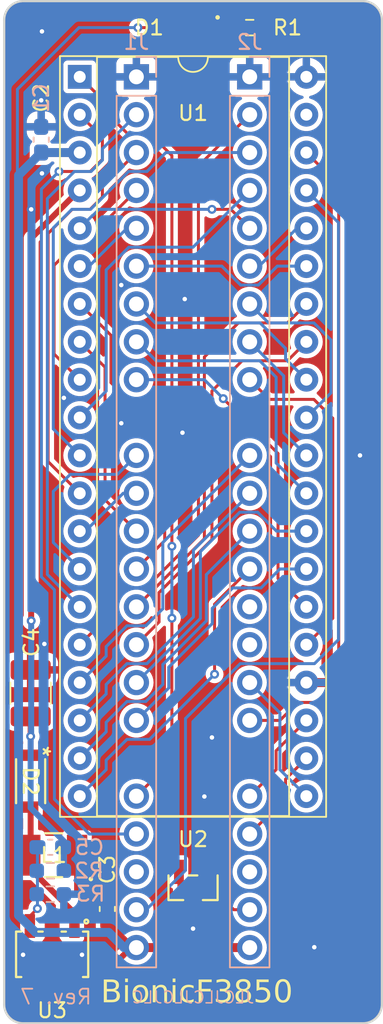
<source format=kicad_pcb>
(kicad_pcb (version 20240108) (generator "pcbnew") (generator_version "8.0")
  (title_block (title "BionicF3850 DC/DC") (date "2025-02-28") (rev "7") (company "Tadashi G. Takaoka"))
  (layers (0 "F.Cu" signal) (31 "B.Cu" signal) (34 "B.Paste" user) (35 "F.Paste" user) (36 "B.SilkS" user "B.Silkscreen") (37 "F.SilkS" user "F.Silkscreen") (38 "B.Mask" user) (39 "F.Mask" user) (44 "Edge.Cuts" user))
  (net 0 "")
  (net 1 "VCC")
  (net 2 "GND")
  (net 3 "/P53")
  (net 4 "/P26")
  (net 5 "/dcdc+12v/+12V")
  (net 6 "/P27")
  (net 7 "/P46")
  (net 8 "Net-(U3-IN-)")
  (net 9 "/P24")
  (net 10 "/P23")
  (net 11 "/P22")
  (net 12 "/P21")
  (net 13 "/P20")
  (net 14 "/P34")
  (net 16 "/P35")
  (net 17 "/P17")
  (net 18 "/P36")
  (net 19 "/P16")
  (net 20 "/P47")
  (net 21 "/P15")
  (net 22 "/P40")
  (net 23 "/P14")
  (net 24 "/P41")
  (net 25 "/P13")
  (net 26 "/P42")
  (net 27 "/P12")
  (net 28 "/P11")
  (net 29 "/P10")
  (net 30 "/P33")
  (net 31 "/P32")
  (net 32 "/P31")
  (net 33 "/P30")
  (net 34 "/P55")
  (net 35 "/P37")
  (net 36 "/P25")
  (net 37 "/P54")
  (net 38 "/P50")
  (net 39 "/P43")
  (net 41 "/P51")
  (net 42 "Net-(J2-P57)")
  (net 46 "Net-(D1-K)")
  (net 47 "Net-(D2-A)")
  (footprint "murata:CR_60M-60_ROM-M" (layer "F.Cu") (at 102.778 122.3367 -90)
    (property "Reference" "D2" (at 0 0 -90) (layer "F.SilkS"))
    (property "Value" "30V/1A")
    (fp_line (start -1.4732 0.9779) (end 1.4732 0.9779) (stroke (width 0.1524)) (layer "F.SilkS"))
    (fp_line (start 1.4732 -0.9779) (end -1.4732 -0.9779) (stroke (width 0.1524)) (layer "F.SilkS"))
    (fp_text user "*" (at -2 -0.762 -90) (layer "F.SilkS"))
    (pad "1" smd rect (at -1.7399 0 270) (size 0.762 1.0414) (layers "F.Cu" "F.Paste" "F.Mask") (net 5 "/dcdc+12v/+12V"))
    (pad "2" smd rect (at 1.7399 0 270) (size 0.762 1.0414) (layers "F.Cu" "F.Paste" "F.Mask") (net 47 "Net-(D2-A)"))
    (zone (net 0) (net_name "") (layer "F.Cu") (connect_pads (clearance 0)) (min_thickness 0.254)
      (keepout (tracks not_allowed) (vias not_allowed) (pads allowed) (copperpour not_allowed) (footprints allowed))
      (fill (thermal_gap 0.508) (thermal_bridge_width 0.508))
      (polygon (pts (xy 103.5781 121.0286) (xy 103.5781 123.6448) (xy 101.9779 123.6448) (xy 101.9779 121.0286)))
    )
  )
  (footprint "Capacitor_SMD:C_1210_3225Metric_Pad1.33x2.70mm_HandSolder" (layer "F.Cu") (at 102.778 116.4312 90)
    (property "Reference" "C4" (at 3.4036 0.0508 90) (layer "F.SilkS"))
    (property "Value" "22uF/16V")
    (fp_line (start -0.711252 -1.36) (end 0.711252 -1.36) (stroke (width 0.12)) (layer "F.SilkS"))
    (fp_line (start -0.711252 1.36) (end 0.711252 1.36) (stroke (width 0.12)) (layer "F.SilkS"))
    (pad "1" smd roundrect (at -1.5625 0 90) (size 1.325 2.7) (layers "F.Cu" "F.Paste" "F.Mask") (roundrect_rratio 0.188679) (net 5 "/dcdc+12v/+12V"))
    (pad "2" smd roundrect (at 1.5625 0 90) (size 1.325 2.7) (layers "F.Cu" "F.Paste" "F.Mask") (roundrect_rratio 0.188679) (net 2 "GND"))
  )
  (footprint "Capacitor_SMD:C_0603_1608Metric_Pad1.08x0.95mm_HandSolder" (layer "F.Cu") (at 103.4892 79.2964 90)
    (property "Reference" "C2" (at 2.794 0 90) (layer "F.SilkS"))
    (property "Value" "0.1u")
    (fp_line (start -0.146267 -0.51) (end 0.146267 -0.51) (stroke (width 0.12)) (layer "F.SilkS"))
    (fp_line (start -0.146267 0.51) (end 0.146267 0.51) (stroke (width 0.12)) (layer "F.SilkS"))
    (pad "1" smd roundrect (at -0.8625 0 90) (size 1.075 0.95) (layers "F.Cu" "F.Paste" "F.Mask") (net 1 "VCC"))
    (pad "2" smd roundrect (at 0.8625 0 90) (size 1.075 0.95) (layers "F.Cu" "F.Paste" "F.Mask") (net 2 "GND"))
  )
  (footprint "rhom:LED_CSL1901UW1_ROM-M" (layer "F.Cu") (at 113.7 71.778 180)
    (property "Reference" "D1" (at 2.9464 0 0) (layer "F.SilkS"))
    (property "Value" "CSL1901UW1")
    (fp_circle (center -1.651 0.6858) (end -1.5748 0.6858) (stroke (width 0.1524)) (fill none) (layer "F.SilkS"))
    (pad "1" smd rect (at -0.8763 0 180) (size 0.9652 0.762) (layers "F.Cu" "F.Paste" "F.Mask") (net 46 "Net-(D1-K)"))
    (pad "2" smd rect (at 0.8763 0 180) (size 0.9652 0.762) (layers "F.Cu" "F.Paste" "F.Mask") (net 1 "VCC"))
    (zone (net 0) (net_name "") (layer "F.Cu") (connect_pads (clearance 0)) (min_thickness 0.254)
      (keepout (tracks not_allowed) (vias not_allowed) (pads allowed) (copperpour not_allowed) (footprints allowed))
      (fill (thermal_gap 0.508) (thermal_bridge_width 0.508))
      (polygon (pts (xy 114.0429 72.1336) (xy 113.3571 72.1336) (xy 113.3571 71.4224) (xy 114.0429 71.4224)))
    )
  )
  (footprint "Resistor_SMD:R_0603_1608Metric_Pad0.98x0.95mm_HandSolder" (layer "F.Cu") (at 117.51 71.778)
    (property "Reference" "R1" (at 2.54 0 0) (layer "F.SilkS"))
    (property "Value" "1.6k")
    (fp_line (start -0.254724 -0.5225) (end 0.254724 -0.5225) (stroke (width 0.12)) (layer "F.SilkS"))
    (fp_line (start -0.254724 0.5225) (end 0.254724 0.5225) (stroke (width 0.12)) (layer "F.SilkS"))
    (pad "1" smd roundrect (at -0.9125 0) (size 0.975 0.95) (layers "F.Cu" "F.Paste" "F.Mask") (net 46 "Net-(D1-K)"))
    (pad "2" smd roundrect (at 0.9125 0) (size 0.975 0.95) (layers "F.Cu" "F.Paste" "F.Mask") (net 2 "GND"))
  )
  (footprint "Capacitor_SMD:C_0603_1608Metric_Pad1.08x0.95mm_HandSolder" (layer "F.Cu") (at 107.9342 130.9092 90)
    (property "Reference" "C3" (at 2.6416 0 -90) (layer "F.SilkS"))
    (property "Value" "10uF/50V")
    (fp_line (start -0.146267 -0.51) (end 0.146267 -0.51) (stroke (width 0.12)) (layer "F.SilkS"))
    (fp_line (start -0.146267 0.51) (end 0.146267 0.51) (stroke (width 0.12)) (layer "F.SilkS"))
    (pad "1" smd roundrect (at -0.8625 0 90) (size 1.075 0.95) (layers "F.Cu" "F.Paste" "F.Mask") (net 1 "VCC"))
    (pad "2" smd roundrect (at 0.8625 0 90) (size 1.075 0.95) (layers "F.Cu" "F.Paste" "F.Mask") (net 2 "GND"))
  )
  (footprint "murata:IND_DFE322512F_MUR-M" (layer "F.Cu") (at 104.3274 127.3024 180)
    (property "Reference" "L1" (at 0 0 0) (layer "F.SilkS"))
    (property "Value" "10uH/3A")
    (fp_line (start 0.572151 -1.4732) (end -0.572151 -1.4732) (stroke (width 0.1524)) (layer "F.SilkS"))
    (fp_line (start -0.572151 1.4732) (end 0.572151 1.4732) (stroke (width 0.1524)) (layer "F.SilkS"))
    (fp_circle (center -2.5 -1.6) (end -2.4238 -1.6) (stroke (width 0.1524)) (fill none) (layer "F.SilkS"))
    (pad "1" smd rect (at -1.5748 0 180) (size 1.3716 2.7432) (layers "F.Cu" "F.Paste" "F.Mask") (net 1 "VCC"))
    (pad "2" smd rect (at 1.5748 0 180) (size 1.3716 2.7432) (layers "F.Cu" "F.Paste" "F.Mask") (net 47 "Net-(D2-A)"))
    (zone (net 0) (net_name "") (layer "F.Cu") (connect_pads (clearance 0)) (min_thickness 0.254)
      (keepout (tracks not_allowed) (vias not_allowed) (pads allowed) (copperpour not_allowed) (footprints allowed))
      (fill (thermal_gap 0.508) (thermal_bridge_width 0.508))
      (polygon (pts (xy 105.1656 128.5978) (xy 103.4892 128.5978) (xy 103.4892 126.007) (xy 105.1656 126.007)))
    )
  )
  (footprint "nisshinbo:SOT-89-5_NMD-M" (layer "F.Cu") (at 104.2244 133.9522 180)
    (property "Reference" "U3" (at -0.0014 -3.7642 0) (layer "F.SilkS"))
    (property "Value" "NJW4132")
    (fp_line (start 2.4257 1.524) (end 2.4257 -1.524) (stroke (width 0.1524)) (layer "F.SilkS"))
    (fp_line (start 2.4257 -1.524) (end 2.07404 -1.524) (stroke (width 0.1524)) (layer "F.SilkS"))
    (fp_line (start 2.07404 1.524) (end 2.4257 1.524) (stroke (width 0.1524)) (layer "F.SilkS"))
    (fp_line (start 0.635665 1.524) (end 0.92596 1.524) (stroke (width 0.1524)) (layer "F.SilkS"))
    (fp_line (start -0.92596 1.524) (end -0.635665 1.524) (stroke (width 0.1524)) (layer "F.SilkS"))
    (fp_line (start -2.07404 -1.524) (end -2.4257 -1.524) (stroke (width 0.1524)) (layer "F.SilkS"))
    (fp_line (start -2.4257 1.524) (end -2.07404 1.524) (stroke (width 0.1524)) (layer "F.SilkS"))
    (fp_line (start -2.4257 -1.524) (end -2.4257 1.524) (stroke (width 0.1524)) (layer "F.SilkS"))
    (fp_circle (center -2.3 2.2) (end -2.173 2.2) (stroke (width 0.1524)) (fill none) (layer "F.SilkS"))
    (pad "1" smd rect (at -1.5 1.9 180) (size 0.7 1.6) (layers "F.Cu" "F.Paste" "F.Mask") (net 47 "Net-(D2-A)"))
    (pad "2" smd custom (at 0 -0.05 180) (size 1 5.5) (layers "F.Cu" "F.Paste" "F.Mask") (net 2 "GND") (options (clearance outline) (anchor rect)) (primitives (gr_poly (pts (xy -0.5 -1.05) (xy 0.5 -1.05) (xy 1 -0.35) (xy 1 0.45) (xy 0.5 1.15) (xy -0.5 1.15) (xy -1 0.45) (xy -1 -0.35)) (width 0) (fill yes))))
    (pad "3" smd rect (at 1.5 1.9 180) (size 0.7 1.6) (layers "F.Cu" "F.Paste" "F.Mask") (net 8 "Net-(U3-IN-)"))
    (pad "4" smd rect (at 1.5 -1.95 180) (size 0.7 1.7) (layers "F.Cu" "F.Paste" "F.Mask") (net 1 "VCC"))
    (pad "5" smd rect (at -1.5 -1.95 180) (size 0.7 1.7) (layers "F.Cu" "F.Paste" "F.Mask") (net 1 "VCC"))
  )
  (footprint "bionic:DIP-40_W15.24mm_Socket" (layer "F.Cu") (at 106.08 75.08)
    (property "Reference" "U1" (at 7.62 2.4384 0) (layer "F.SilkS"))
    (property "Value" "F3850")
    (fp_line (start -1.33 -1.39) (end -1.33 49.65) (stroke (width 0.12)) (layer "F.SilkS"))
    (fp_line (start -1.33 49.65) (end 16.57 49.65) (stroke (width 0.12)) (layer "F.SilkS"))
    (fp_line (start 1.16 -1.33) (end 1.16 49.59) (stroke (width 0.12)) (layer "F.SilkS"))
    (fp_line (start 1.16 49.59) (end 14.08 49.59) (stroke (width 0.12)) (layer "F.SilkS"))
    (fp_line (start 6.62 -1.33) (end 1.16 -1.33) (stroke (width 0.12)) (layer "F.SilkS"))
    (fp_line (start 14.08 -1.33) (end 8.62 -1.33) (stroke (width 0.12)) (layer "F.SilkS"))
    (fp_line (start 14.08 49.59) (end 14.08 -1.33) (stroke (width 0.12)) (layer "F.SilkS"))
    (fp_line (start 16.57 -1.39) (end -1.33 -1.39) (stroke (width 0.12)) (layer "F.SilkS"))
    (fp_line (start 16.57 49.65) (end 16.57 -1.39) (stroke (width 0.12)) (layer "F.SilkS"))
    (fp_arc (start 8.62 -1.33) (mid 7.62 -0.33) (end 6.62 -1.33) (stroke (width 0.12)) (layer "F.SilkS"))
    (pad "1" thru_hole rect (at 0 0) (size 1.6 1.6) (drill 0.8) (layers "*.Cu" "*.Mask") (net 38 "/P50"))
    (pad "2" thru_hole oval (at 0 2.54) (size 1.6 1.6) (drill 0.8) (layers "*.Cu" "*.Mask") (net 41 "/P51"))
    (pad "3" thru_hole oval (at 0 5.08) (size 1.6 1.6) (drill 0.8) (layers "*.Cu" "*.Mask") (net 1 "VCC"))
    (pad "4" thru_hole oval (at 0 7.62) (size 1.6 1.6) (drill 0.8) (layers "*.Cu" "*.Mask") (net 5 "/dcdc+12v/+12V"))
    (pad "5" thru_hole oval (at 0 10.16) (size 1.6 1.6) (drill 0.8) (layers "*.Cu" "*.Mask") (net 10 "/P23"))
    (pad "6" thru_hole oval (at 0 12.7) (size 1.6 1.6) (drill 0.8) (layers "*.Cu" "*.Mask") (net 25 "/P13"))
    (pad "7" thru_hole oval (at 0 15.24) (size 1.6 1.6) (drill 0.8) (layers "*.Cu" "*.Mask") (net 30 "/P33"))
    (pad "8" thru_hole oval (at 0 17.78) (size 1.6 1.6) (drill 0.8) (layers "*.Cu" "*.Mask") (net 31 "/P32"))
    (pad "9" thru_hole oval (at 0 20.32) (size 1.6 1.6) (drill 0.8) (layers "*.Cu" "*.Mask") (net 27 "/P12"))
    (pad "10" thru_hole oval (at 0 22.86) (size 1.6 1.6) (drill 0.8) (layers "*.Cu" "*.Mask") (net 11 "/P22"))
    (pad "11" thru_hole oval (at 0 25.4) (size 1.6 1.6) (drill 0.8) (layers "*.Cu" "*.Mask") (net 12 "/P21"))
    (pad "12" thru_hole oval (at 0 27.94) (size 1.6 1.6) (drill 0.8) (layers "*.Cu" "*.Mask") (net 28 "/P11"))
    (pad "13" thru_hole oval (at 0 30.48) (size 1.6 1.6) (drill 0.8) (layers "*.Cu" "*.Mask") (net 32 "/P31"))
    (pad "14" thru_hole oval (at 0 33.02) (size 1.6 1.6) (drill 0.8) (layers "*.Cu" "*.Mask") (net 33 "/P30"))
    (pad "15" thru_hole oval (at 0 35.56) (size 1.6 1.6) (drill 0.8) (layers "*.Cu" "*.Mask") (net 29 "/P10"))
    (pad "16" thru_hole oval (at 0 38.1) (size 1.6 1.6) (drill 0.8) (layers "*.Cu" "*.Mask") (net 13 "/P20"))
    (pad "17" thru_hole oval (at 0 40.64) (size 1.6 1.6) (drill 0.8) (layers "*.Cu" "*.Mask") (net 22 "/P40"))
    (pad "18" thru_hole oval (at 0 43.18) (size 1.6 1.6) (drill 0.8) (layers "*.Cu" "*.Mask") (net 24 "/P41"))
    (pad "19" thru_hole oval (at 0 45.72) (size 1.6 1.6) (drill 0.8) (layers "*.Cu" "*.Mask") (net 26 "/P42"))
    (pad "20" thru_hole oval (at 0 48.26) (size 1.6 1.6) (drill 0.8) (layers "*.Cu" "*.Mask") (net 39 "/P43"))
    (pad "21" thru_hole oval (at 15.24 48.26) (size 1.6 1.6) (drill 0.8) (layers "*.Cu" "*.Mask") (net 7 "/P46"))
    (pad "22" thru_hole oval (at 15.24 45.72) (size 1.6 1.6) (drill 0.8) (layers "*.Cu" "*.Mask") (net 34 "/P55"))
    (pad "23" thru_hole oval (at 15.24 43.18) (size 1.6 1.6) (drill 0.8) (layers "*.Cu" "*.Mask") (net 37 "/P54"))
    (pad "24" thru_hole oval (at 15.24 40.64) (size 1.6 1.6) (drill 0.8) (layers "*.Cu" "*.Mask") (net 2 "GND"))
    (pad "25" thru_hole oval (at 15.24 38.1) (size 1.6 1.6) (drill 0.8) (layers "*.Cu" "*.Mask") (net 6 "/P27"))
    (pad "26" thru_hole oval (at 15.24 35.56) (size 1.6 1.6) (drill 0.8) (layers "*.Cu" "*.Mask") (net 17 "/P17"))
    (pad "27" thru_hole oval (at 15.24 33.02) (size 1.6 1.6) (drill 0.8) (layers "*.Cu" "*.Mask") (net 35 "/P37"))
    (pad "28" thru_hole oval (at 15.24 30.48) (size 1.6 1.6) (drill 0.8) (layers "*.Cu" "*.Mask") (net 18 "/P36"))
    (pad "29" thru_hole oval (at 15.24 27.94) (size 1.6 1.6) (drill 0.8) (layers "*.Cu" "*.Mask") (net 19 "/P16"))
    (pad "30" thru_hole oval (at 15.24 25.4) (size 1.6 1.6) (drill 0.8) (layers "*.Cu" "*.Mask") (net 4 "/P26"))
    (pad "31" thru_hole oval (at 15.24 22.86) (size 1.6 1.6) (drill 0.8) (layers "*.Cu" "*.Mask") (net 36 "/P25"))
    (pad "32" thru_hole oval (at 15.24 20.32) (size 1.6 1.6) (drill 0.8) (layers "*.Cu" "*.Mask") (net 21 "/P15"))
    (pad "33" thru_hole oval (at 15.24 17.78) (size 1.6 1.6) (drill 0.8) (layers "*.Cu" "*.Mask") (net 16 "/P35"))
    (pad "34" thru_hole oval (at 15.24 15.24) (size 1.6 1.6) (drill 0.8) (layers "*.Cu" "*.Mask") (net 14 "/P34"))
    (pad "35" thru_hole oval (at 15.24 12.7) (size 1.6 1.6) (drill 0.8) (layers "*.Cu" "*.Mask") (net 23 "/P14"))
    (pad "36" thru_hole oval (at 15.24 10.16) (size 1.6 1.6) (drill 0.8) (layers "*.Cu" "*.Mask") (net 9 "/P24"))
    (pad "37" thru_hole oval (at 15.24 7.62) (size 1.6 1.6) (drill 0.8) (layers "*.Cu" "*.Mask") (net 3 "/P53"))
    (pad "38" thru_hole oval (at 15.24 5.08) (size 1.6 1.6) (drill 0.8) (layers "*.Cu" "*.Mask") (net 20 "/P47"))
    (pad "39" thru_hole oval (at 15.24 2.54) (size 1.6 1.6) (drill 0.8) (layers "*.Cu" "*.Mask"))
    (pad "40" thru_hole oval (at 15.24 0) (size 1.6 1.6) (drill 0.8) (layers "*.Cu" "*.Mask") (net 2 "GND"))
  )
  (footprint "microchip:SOT-23_MC_MCH-M" (layer "F.Cu") (at 113.7 129.486 180)
    (property "Reference" "U2" (at 0 3.2504 0) (layer "F.SilkS"))
    (property "Value" "11AA010-I/TT")
    (fp_line (start 1.652 0.827) (end 1.652 -0.827) (stroke (width 0.1524)) (layer "F.SilkS"))
    (fp_line (start 1.652 -0.827) (end 0.66294 -0.827) (stroke (width 0.1524)) (layer "F.SilkS"))
    (fp_line (start -0.287061 0.827) (end 0.287061 0.827) (stroke (width 0.1524)) (layer "F.SilkS"))
    (fp_line (start -0.66294 -0.827) (end -1.652 -0.827) (stroke (width 0.1524)) (layer "F.SilkS"))
    (fp_line (start -1.652 -0.827) (end -1.652 0.827) (stroke (width 0.1524)) (layer "F.SilkS"))
    (pad "1" smd rect (at -0.950001 1.066 180) (size 0.6604 1.6256) (layers "F.Cu" "F.Paste" "F.Mask") (net 42 "Net-(J2-P57)"))
    (pad "2" smd rect (at 0.950001 1.066 180) (size 0.6604 1.6256) (layers "F.Cu" "F.Paste" "F.Mask") (net 1 "VCC"))
    (pad "3" smd rect (at 0 -1.066 180) (size 0.6604 1.6256) (layers "F.Cu" "F.Paste" "F.Mask") (net 2 "GND"))
  )
  (footprint "Resistor_SMD:R_0603_1608Metric_Pad0.98x0.95mm_HandSolder" (layer "B.Cu") (at 104.0977 129.9186)
    (property "Reference" "R3" (at 2.7142 -0.023 0) (layer "B.SilkS") (effects (justify mirror)))
    (property "Value" "20k")
    (fp_line (start 0.254724 -0.5225) (end -0.254724 -0.5225) (stroke (width 0.12)) (layer "B.SilkS"))
    (fp_line (start 0.254724 0.5225) (end -0.254724 0.5225) (stroke (width 0.12)) (layer "B.SilkS"))
    (pad "1" smd roundrect (at -0.9125 0) (size 0.975 0.95) (layers "B.Cu" "B.Paste" "B.Mask") (net 8 "Net-(U3-IN-)"))
    (pad "2" smd roundrect (at 0.9125 0) (size 0.975 0.95) (layers "B.Cu" "B.Paste" "B.Mask") (net 2 "GND"))
  )
  (footprint "Capacitor_SMD:C_0603_1608Metric_Pad1.08x0.95mm_HandSolder" (layer "B.Cu") (at 104.0988 126.769 180)
    (property "Reference" "C5" (at -2.6405 0 0) (layer "B.SilkS") (effects (justify mirror)))
    (property "Value" "15pF")
    (fp_line (start 0.146267 0.51) (end -0.146267 0.51) (stroke (width 0.12)) (layer "B.SilkS"))
    (fp_line (start 0.146267 -0.51) (end -0.146267 -0.51) (stroke (width 0.12)) (layer "B.SilkS"))
    (pad "1" smd roundrect (at -0.8625 0 180) (size 1.075 0.95) (layers "B.Cu" "B.Paste" "B.Mask") (net 5 "/dcdc+12v/+12V"))
    (pad "2" smd roundrect (at 0.8625 0 180) (size 1.075 0.95) (layers "B.Cu" "B.Paste" "B.Mask") (net 8 "Net-(U3-IN-)"))
  )
  (footprint "Capacitor_SMD:C_0603_1608Metric_Pad1.08x0.95mm_HandSolder" (layer "B.Cu") (at 103.4892 79.2964 90)
    (property "Reference" "C1" (at 2.794 0 90) (layer "B.SilkS") (effects (justify mirror)))
    (property "Value" "22u")
    (fp_line (start 0.146267 -0.51) (end -0.146267 -0.51) (stroke (width 0.12)) (layer "B.SilkS"))
    (fp_line (start 0.146267 0.51) (end -0.146267 0.51) (stroke (width 0.12)) (layer "B.SilkS"))
    (pad "1" smd roundrect (at -0.8625 0 90) (size 1.075 0.95) (layers "B.Cu" "B.Paste" "B.Mask") (net 1 "VCC"))
    (pad "2" smd roundrect (at 0.8625 0 90) (size 1.075 0.95) (layers "B.Cu" "B.Paste" "B.Mask") (net 2 "GND"))
  )
  (footprint "Resistor_SMD:R_0603_1608Metric_Pad0.98x0.95mm_HandSolder" (layer "B.Cu") (at 104.1013 128.346 180)
    (property "Reference" "R2" (at -2.6126 0.0022 0) (layer "B.SilkS") (effects (justify mirror)))
    (property "Value" "220k")
    (fp_line (start 0.254724 0.5225) (end -0.254724 0.5225) (stroke (width 0.12)) (layer "B.SilkS"))
    (fp_line (start 0.254724 -0.5225) (end -0.254724 -0.5225) (stroke (width 0.12)) (layer "B.SilkS"))
    (pad "1" smd roundrect (at -0.9125 0 180) (size 0.975 0.95) (layers "B.Cu" "B.Paste" "B.Mask") (net 5 "/dcdc+12v/+12V"))
    (pad "2" smd roundrect (at 0.9125 0 180) (size 0.975 0.95) (layers "B.Cu" "B.Paste" "B.Mask") (net 8 "Net-(U3-IN-)"))
  )
  (footprint "bionic:Bionic-P135_Vertical" (layer "B.Cu") (at 109.89 75.08 180)
    (property "Reference" "J1" (at 0 2.33 0) (layer "B.SilkS") (effects (justify mirror)))
    (property "Value" "Bionic-P135")
    (fp_line (start 1.33 -1.27) (end -1.33 -1.27) (stroke (width 0.12)) (layer "B.SilkS"))
    (fp_line (start 1.33 -59.75) (end 1.33 -1.27) (stroke (width 0.12)) (layer "B.SilkS"))
    (fp_line (start 1.33 -59.75) (end -1.33 -59.75) (stroke (width 0.12)) (layer "B.SilkS"))
    (fp_line (start 0 1.33) (end -1.33 1.33) (stroke (width 0.12)) (layer "B.SilkS"))
    (fp_line (start -1.33 1.33) (end -1.33 0) (stroke (width 0.12)) (layer "B.SilkS"))
    (fp_line (start -1.33 -59.75) (end -1.33 -1.27) (stroke (width 0.12)) (layer "B.SilkS"))
    (pad "1" thru_hole rect (at 0 0 180) (size 1.7 1.7) (drill 1) (layers "*.Cu" "*.Mask") (net 2 "GND"))
    (pad "2" thru_hole oval (at 0 -2.54 180) (size 1.7 1.7) (drill 1) (layers "*.Cu" "*.Mask") (net 29 "/P10"))
    (pad "3" thru_hole oval (at 0 -5.08 180) (size 1.7 1.7) (drill 1) (layers "*.Cu" "*.Mask") (net 28 "/P11"))
    (pad "4" thru_hole oval (at 0 -7.62 180) (size 1.7 1.7) (drill 1) (layers "*.Cu" "*.Mask") (net 27 "/P12"))
    (pad "5" thru_hole oval (at 0 -10.16 180) (size 1.7 1.7) (drill 1) (layers "*.Cu" "*.Mask") (net 25 "/P13"))
    (pad "6" thru_hole oval (at 0 -12.7 180) (size 1.7 1.7) (drill 1) (layers "*.Cu" "*.Mask") (net 23 "/P14"))
    (pad "7" thru_hole oval (at 0 -15.24 180) (size 1.7 1.7) (drill 1) (layers "*.Cu" "*.Mask") (net 21 "/P15"))
    (pad "8" thru_hole oval (at 0 -17.78 180) (size 1.7 1.7) (drill 1) (layers "*.Cu" "*.Mask") (net 19 "/P16"))
    (pad "9" thru_hole oval (at 0 -20.32 180) (size 1.7 1.7) (drill 1) (layers "*.Cu" "*.Mask") (net 17 "/P17"))
    (pad "11" thru_hole oval (at 0 -25.4 180) (size 1.7 1.7) (drill 1) (layers "*.Cu" "*.Mask") (net 33 "/P30"))
    (pad "12" thru_hole oval (at 0 -27.94 180) (size 1.7 1.7) (drill 1) (layers "*.Cu" "*.Mask") (net 32 "/P31"))
    (pad "13" thru_hole oval (at 0 -30.48 180) (size 1.7 1.7) (drill 1) (layers "*.Cu" "*.Mask") (net 31 "/P32"))
    (pad "14" thru_hole oval (at 0 -33.02 180) (size 1.7 1.7) (drill 1) (layers "*.Cu" "*.Mask") (net 30 "/P33"))
    (pad "15" thru_hole oval (at 0 -35.56 180) (size 1.7 1.7) (drill 1) (layers "*.Cu" "*.Mask") (net 14 "/P34"))
    (pad "16" thru_hole oval (at 0 -38.1 180) (size 1.7 1.7) (drill 1) (layers "*.Cu" "*.Mask") (net 16 "/P35"))
    (pad "17" thru_hole oval (at 0 -40.64 180) (size 1.7 1.7) (drill 1) (layers "*.Cu" "*.Mask") (net 18 "/P36"))
    (pad "18" thru_hole oval (at 0 -43.18 180) (size 1.7 1.7) (drill 1) (layers "*.Cu" "*.Mask") (net 35 "/P37"))
    (pad "20" thru_hole oval (at 0 -48.26 180) (size 1.7 1.7) (drill 1) (layers "*.Cu" "*.Mask") (net 38 "/P50"))
    (pad "21" thru_hole oval (at 0 -50.8 180) (size 1.7 1.7) (drill 1) (layers "*.Cu" "*.Mask") (net 41 "/P51"))
    (pad "22" thru_hole oval (at 0 -53.34 180) (size 1.7 1.7) (drill 1) (layers "*.Cu" "*.Mask"))
    (pad "23" thru_hole oval (at 0 -55.88 180) (size 1.7 1.7) (drill 1) (layers "*.Cu" "*.Mask") (net 3 "/P53"))
    (pad "24" thru_hole oval (at 0 -58.42 180) (size 1.7 1.7) (drill 1) (layers "*.Cu" "*.Mask") (net 1 "VCC"))
  )
  (footprint "bionic:Bionic-P245_Vertical" (layer "B.Cu") (at 117.51 75.08 180)
    (property "Reference" "J2" (at 0 2.33 0) (layer "B.SilkS") (effects (justify mirror)))
    (property "Value" "Bionic-P245")
    (fp_line (start 1.33 -1.27) (end -1.33 -1.27) (stroke (width 0.12)) (layer "B.SilkS"))
    (fp_line (start 1.33 -59.75) (end 1.33 -1.27) (stroke (width 0.12)) (layer "B.SilkS"))
    (fp_line (start 1.33 -59.75) (end -1.33 -59.75) (stroke (width 0.12)) (layer "B.SilkS"))
    (fp_line (start 0 1.33) (end -1.33 1.33) (stroke (width 0.12)) (layer "B.SilkS"))
    (fp_line (start -1.33 1.33) (end -1.33 0) (stroke (width 0.12)) (layer "B.SilkS"))
    (fp_line (start -1.33 -59.75) (end -1.33 -1.27) (stroke (width 0.12)) (layer "B.SilkS"))
    (pad "25" thru_hole oval (at 0 -58.42 180) (size 1.7 1.7) (drill 1) (layers "*.Cu" "*.Mask") (net 1 "VCC"))
    (pad "26" thru_hole oval (at 0 -55.88 180) (size 1.7 1.7) (drill 1) (layers "*.Cu" "*.Mask") (net 42 "Net-(J2-P57)"))
    (pad "27" thru_hole oval (at 0 -53.34 180) (size 1.7 1.7) (drill 1) (layers "*.Cu" "*.Mask"))
    (pad "28" thru_hole oval (at 0 -50.8 180) (size 1.7 1.7) (drill 1) (layers "*.Cu" "*.Mask") (net 34 "/P55"))
    (pad "29" thru_hole oval (at 0 -48.26 180) (size 1.7 1.7) (drill 1) (layers "*.Cu" "*.Mask") (net 37 "/P54"))
    (pad "31" thru_hole oval (at 0 -43.18 180) (size 1.7 1.7) (drill 1) (layers "*.Cu" "*.Mask") (net 20 "/P47"))
    (pad "32" thru_hole oval (at 0 -40.64 180) (size 1.7 1.7) (drill 1) (layers "*.Cu" "*.Mask") (net 7 "/P46"))
    (pad "33" thru_hole oval (at 0 -38.1 180) (size 1.7 1.7) (drill 1) (layers "*.Cu" "*.Mask"))
    (pad "34" thru_hole oval (at 0 -35.56 180) (size 1.7 1.7) (drill 1) (layers "*.Cu" "*.Mask"))
    (pad "35" thru_hole oval (at 0 -33.02 180) (size 1.7 1.7) (drill 1) (layers "*.Cu" "*.Mask") (net 39 "/P43"))
    (pad "36" thru_hole oval (at 0 -30.48 180) (size 1.7 1.7) (drill 1) (layers "*.Cu" "*.Mask") (net 26 "/P42"))
    (pad "37" thru_hole oval (at 0 -27.94 180) (size 1.7 1.7) (drill 1) (layers "*.Cu" "*.Mask") (net 24 "/P41"))
    (pad "38" thru_hole oval (at 0 -25.4 180) (size 1.7 1.7) (drill 1) (layers "*.Cu" "*.Mask") (net 22 "/P40"))
    (pad "40" thru_hole oval (at 0 -20.32 180) (size 1.7 1.7) (drill 1) (layers "*.Cu" "*.Mask") (net 6 "/P27"))
    (pad "41" thru_hole oval (at 0 -17.78 180) (size 1.7 1.7) (drill 1) (layers "*.Cu" "*.Mask") (net 4 "/P26"))
    (pad "42" thru_hole oval (at 0 -15.24 180) (size 1.7 1.7) (drill 1) (layers "*.Cu" "*.Mask") (net 36 "/P25"))
    (pad "43" thru_hole oval (at 0 -12.7 180) (size 1.7 1.7) (drill 1) (layers "*.Cu" "*.Mask") (net 9 "/P24"))
    (pad "44" thru_hole oval (at 0 -10.16 180) (size 1.7 1.7) (drill 1) (layers "*.Cu" "*.Mask") (net 10 "/P23"))
    (pad "45" thru_hole oval (at 0 -7.62 180) (size 1.7 1.7) (drill 1) (layers "*.Cu" "*.Mask") (net 11 "/P22"))
    (pad "46" thru_hole oval (at 0 -5.08 180) (size 1.7 1.7) (drill 1) (layers "*.Cu" "*.Mask") (net 12 "/P21"))
    (pad "47" thru_hole oval (at 0 -2.54 180) (size 1.7 1.7) (drill 1) (layers "*.Cu" "*.Mask") (net 13 "/P20"))
    (pad "48" thru_hole rect (at 0 0 180) (size 1.7 1.7) (drill 1) (layers "*.Cu" "*.Mask") (net 2 "GND"))
  )
  (gr_arc (start 126.4 137.31) (mid 126.028026 138.208026) (end 125.13 138.58) (stroke (width 0.15)) (layer "Edge.Cuts"))
  (gr_line (start 101 71.27) (end 101 137.31) (stroke (width 0.15)) (layer "Edge.Cuts"))
  (gr_arc (start 102.27 138.58) (mid 101.371974 138.208026) (end 101 137.31) (stroke (width 0.15)) (layer "Edge.Cuts"))
  (gr_arc (start 125.13 70) (mid 126.028026 70.371974) (end 126.4 71.27) (stroke (width 0.15)) (layer "Edge.Cuts"))
  (gr_line (start 102.27 138.58) (end 125.13 138.58) (stroke (width 0.15)) (layer "Edge.Cuts"))
  (gr_arc (start 101 71.27) (mid 101.371974 70.371974) (end 102.27 70) (stroke (width 0.15)) (layer "Edge.Cuts"))
  (gr_line (start 126.4 137.31) (end 126.4 71.27) (stroke (width 0.15)) (layer "Edge.Cuts"))
  (gr_line (start 125.13 70) (end 102.27 70) (stroke (width 0.15)) (layer "Edge.Cuts"))
  (gr_text "JLCJLCJLCJLC" (at 113.7 137.31 0) (layer "B.SilkS") (effects (font (size 0.8 0.8)) (justify bottom mirror)))
  (gr_text "Rev. 7\n" (at 106.969 136.802 0) (layer "B.SilkS") (effects (font (size 1 1)) (justify left mirror)))
  (gr_text "BionicF3850" (at 113.954 136.548 0) (layer "F.SilkS") (effects (font (size 1.5 1.5))))
  (segment (start 112.9253 71.778) (end 109.9916 71.778) (width 0.2) (layer "F.Cu") (net 1))
  (segment (start 109.89 133.5) (end 109.636 133.5) (width 0.4) (layer "F.Cu") (net 1))
  (segment (start 109.5344 133.5) (end 107.1322 135.9022) (width 0.4) (layer "F.Cu") (net 1))
  (segment (start 103.6162 137.691) (end 104.9116 137.691) (width 0.2) (layer "F.Cu") (net 1))
  (segment (start 117.51 133.5) (end 109.89 133.5) (width 0.6) (layer "F.Cu") (net 1))
  (segment (start 112.749999 133.484801) (end 112.7348 133.5) (width 0.2) (layer "F.Cu") (net 1))
  (segment (start 105.7244 136.8782) (end 105.7244 135.9022) (width 0.2) (layer "F.Cu") (net 1))
  (segment (start 109.636 133.5) (end 105.9022 129.7662) (width 0.4) (layer "F.Cu") (net 1))
  (segment (start 105.9022 129.7662) (end 105.9022 127.3024) (width 0.4) (layer "F.Cu") (net 1))
  (segment (start 109.89 133.5) (end 109.5344 133.5) (width 0.4) (layer "F.Cu") (net 1))
  (segment (start 109.9916 71.778) (end 109.9408 71.778) (width 0.2) (layer "F.Cu") (net 1))
  (segment (start 104.9116 137.691) (end 105.7244 136.8782) (width 0.2) (layer "F.Cu") (net 1))
  (segment (start 103.4892 80.1589) (end 106.0789 80.1589) (width 0.6) (layer "F.Cu") (net 1))
  (segment (start 106.0789 80.1589) (end 106.08 80.16) (width 0.8) (layer "F.Cu") (net 1))
  (segment (start 112.749999 128.42) (end 112.749999 133.484801) (width 0.2) (layer "F.Cu") (net 1))
  (segment (start 107.1322 135.9022) (end 105.7244 135.9022) (width 0.4) (layer "F.Cu") (net 1))
  (segment (start 102.7244 136.7992) (end 103.6162 137.691) (width 0.2) (layer "F.Cu") (net 1))
  (segment (start 102.7244 135.9022) (end 102.7244 136.7992) (width 0.2) (layer "F.Cu") (net 1))
  (via (at 109.9916 71.778) (size 0.6) (drill 0.3) (layers "F.Cu" "B.Cu") (net 1))
  (segment (start 101.9652 81.6829) (end 101.9652 131.341) (width 0.6) (layer "B.Cu") (net 1))
  (segment (start 101.889 75.9182) (end 106.0292 71.778) (width 0.2) (layer "B.Cu") (net 1))
  (segment (start 102.016 81.6321) (end 101.9652 81.6829) (width 0.6) (layer "B.Cu") (net 1))
  (segment (start 103.6935 80.16) (end 103.54 80.0065) (width 0.2) (layer "B.Cu") (net 1))
  (segment (start 103.4892 80.1589) (end 102.016 81.6321) (width 0.6) (layer "B.Cu") (net 1))
  (segment (start 103.4903 80.16) (end 103.4892 80.1589) (width 0.8) (layer "B.Cu") (net 1))
  (segment (start 106.0292 71.778) (end 109.9916 71.778) (width 0.2) (layer "B.Cu") (net 1))
  (segment (start 108.0358 132.484) (end 109.0518 133.5) (width 0.6) (layer "B.Cu") (net 1))
  (segment (start 101.889 81.5051) (end 101.889 75.9182) (width 0.2) (layer "B.Cu") (net 1))
  (segment (start 102.016 81.6321) (end 101.889 81.5051) (width 0.2) (layer "B.Cu") (net 1))
  (segment (start 106.08 80.16) (end 103.4903 80.16) (width 0.6) (layer "B.Cu") (net 1))
  (segment (start 101.9652 131.341) (end 103.1082 132.484) (width 0.6) (layer "B.Cu") (net 1))
  (segment (start 103.1082 132.484) (end 108.0358 132.484) (width 0.6) (layer "B.Cu") (net 1))
  (segment (start 109.0518 133.5) (end 109.89 133.5) (width 0.6) (layer "B.Cu") (net 1))
  (segment (start 121.32 115.72) (end 122.717 115.72) (width 0.6) (layer "F.Cu") (net 2))
  (via (at 105.0132 96.6192) (size 0.6) (drill 0.3) (layers "F.Cu" "B.Cu") (net 2))
  (via (at 108.874 89.05) (size 0.6) (drill 0.3) (layers "F.Cu" "B.Cu") (net 2))
  (via (at 103.54 72.032) (size 0.6) (drill 0.3) (layers "F.Cu" "B.Cu") (net 2))
  (via (at 103.4892 76.6548) (size 0.6) (drill 0.3) (layers "F.Cu" "B.Cu") (net 2))
  (via (at 124.9268 100.48) (size 0.6) (drill 0.3) (layers "F.Cu" "B.Cu") (net 2))
  (via (at 121.8534 133.4746) (size 0.6) (drill 0.3) (layers "F.Cu" "B.Cu") (net 2))
  (via (at 102.27 133.9826) (size 0.6) (drill 0.3) (layers "F.Cu" "B.Cu") (net 2))
  (via (at 102.816 83.97) (size 0.6) (drill 0.3) (layers "F.Cu" "B.Cu") (net 2))
  (via (at 114.462 123.3654) (size 0.6) (drill 0.3) (layers "F.Cu" "B.Cu") (net 2))
  (via (at 106.2324 133.9826) (size 0.6) (drill 0.3) (layers "F.Cu" "B.Cu") (net 2))
  (via (at 113.1412 89.9898) (size 0.6) (drill 0.3) (layers "F.Cu" "B.Cu") (net 2))
  (via (at 103.54 81.557) (size 0.6) (drill 0.3) (layers "F.Cu" "B.Cu") (net 2))
  (via (at 113.7 132.23) (size 0.6) (drill 0.3) (layers "F.Cu" "B.Cu") (net 2))
  (via (at 108.874 98.321) (size 0.6) (drill 0.3) (layers "F.Cu" "B.Cu") (net 2))
  (via (at 114.97 119.403) (size 0.6) (drill 0.3) (layers "F.Cu" "B.Cu") (net 2))
  (via (at 112.9888 98.956) (size 0.6) (drill 0.3) (layers "F.Cu" "B.Cu") (net 2))
  (via (at 103.702 113.1292) (size 0.6) (drill 0.3) (layers "F.Cu" "B.Cu") (net 2))
  (segment (start 116.875 114.45) (end 121.86945 114.45) (width 0.2) (layer "B.Cu") (net 3))
  (segment (start 121.86945 114.45) (end 123.479 112.84045) (width 0.2) (layer "B.Cu") (net 3))
  (segment (start 109.89 130.96) (end 110.5504 130.96) (width 0.2) (layer "B.Cu") (net 3))
  (segment (start 113.192 128.3184) (end 113.192 118.133) (width 0.2) (layer "B.Cu") (net 3))
  (segment (start 123.479 112.84045) (end 123.479 84.859) (width 0.2) (layer "B.Cu") (net 3))
  (segment (start 110.5504 130.96) (end 113.192 128.3184) (width 0.2) (layer "B.Cu") (net 3))
  (segment (start 123.479 84.859) (end 121.32 82.7) (width 0.2) (layer "B.Cu") (net 3))
  (segment (start 113.192 118.133) (end 116.875 114.45) (width 0.2) (layer "B.Cu") (net 3))
  (segment (start 121.32 100.48) (end 119.796 98.956) (width 0.2) (layer "B.Cu") (net 4))
  (segment (start 119.796 95.146) (end 117.51 92.86) (width 0.2) (layer "B.Cu") (net 4))
  (segment (start 119.796 98.956) (end 119.796 95.146) (width 0.2) (layer "B.Cu") (net 4))
  (segment (start 102.816 111.5798) (end 102.816 85.9132) (width 0.4) (layer "F.Cu") (net 5))
  (segment (start 102.816 85.9132) (end 106.0292 82.7) (width 0.4) (layer "F.Cu") (net 5))
  (segment (start 102.778 120.5968) (end 102.778 117.9937) (width 0.4) (layer "F.Cu") (net 5))
  (segment (start 106.0292 82.7) (end 106.08 82.7) (width 0.4) (layer "F.Cu") (net 5))
  (via (at 102.816 111.5798) (size 0.6) (drill 0.3) (layers "F.Cu" "B.Cu") (net 5))
  (via (at 102.778 119.3268) (size 0.6) (drill 0.3) (layers "F.Cu" "B.Cu") (net 5))
  (segment (start 102.778 119.3268) (end 102.778 124.1274) (width 0.4) (layer "B.Cu") (net 5))
  (segment (start 105.0138 126.3632) (end 105.0138 128.346) (width 0.4) (layer "B.Cu") (net 5))
  (segment (start 102.816 111.5798) (end 102.816 119.2888) (width 0.4) (layer "B.Cu") (net 5))
  (segment (start 102.778 124.1274) (end 105.0138 126.3632) (width 0.4) (layer "B.Cu") (net 5))
  (segment (start 102.816 119.2888) (end 102.778 119.3268) (width 0.4) (layer "B.Cu") (net 5))
  (segment (start 121.32 113.18) (end 123.098 111.402) (width 0.2) (layer "F.Cu") (net 6))
  (segment (start 123.098 97.9908) (end 121.828 96.7208) (width 0.2) (layer "F.Cu") (net 6))
  (segment (start 123.098 111.402) (end 123.098 97.9908) (width 0.2) (layer "F.Cu") (net 6))
  (segment (start 121.828 96.7208) (end 118.8308 96.7208) (width 0.2) (layer "F.Cu") (net 6))
  (segment (start 118.8308 96.7208) (end 117.51 95.4) (width 0.2) (layer "F.Cu") (net 6))
  (segment (start 119.542 117.752) (end 119.542 121.562) (width 0.2) (layer "B.Cu") (net 7))
  (segment (start 119.542 121.562) (end 121.32 123.34) (width 0.2) (layer "B.Cu") (net 7))
  (segment (start 117.51 115.72) (end 119.542 117.752) (width 0.2) (layer "B.Cu") (net 7))
  (segment (start 103.2352 130.8838) (end 102.7244 131.3946) (width 0.2) (layer "F.Cu") (net 8))
  (segment (start 102.7244 131.3946) (end 102.7244 132.0522) (width 0.2) (layer "F.Cu") (net 8))
  (via (at 103.2352 130.8838) (size 0.6) (drill 0.3) (layers "F.Cu" "B.Cu") (net 8))
  (segment (start 103.2363 130.8827) (end 103.2363 126.769) (width 0.2) (layer "B.Cu") (net 8))
  (segment (start 103.2352 130.8838) (end 103.2363 130.8827) (width 0.2) (layer "B.Cu") (net 8))
  (segment (start 117.51 87.78) (end 118.145 87.78) (width 0.2) (layer "B.Cu") (net 9))
  (segment (start 118.145 87.78) (end 120.685 85.24) (width 0.2) (layer "B.Cu") (net 9))
  (segment (start 120.685 85.24) (end 121.32 85.24) (width 0.2) (layer "B.Cu") (net 9))
  (segment (start 116.24 83.97) (end 117.51 85.24) (width 0.2) (layer "F.Cu") (net 10))
  (segment (start 114.97 83.97) (end 116.24 83.97) (width 0.2) (layer "F.Cu") (net 10))
  (via (at 114.97 83.97) (size 0.6) (drill 0.3) (layers "F.Cu" "B.Cu") (net 10))
  (segment (start 106.95 84.37) (end 106.08 85.24) (width 0.2) (layer "B.Cu") (net 10))
  (segment (start 107.374336 83.97) (end 106.974336 84.37) (width 0.2) (layer "B.Cu") (net 10))
  (segment (start 114.97 83.97) (end 107.374336 83.97) (width 0.2) (layer "B.Cu") (net 10))
  (segment (start 106.974336 84.37) (end 106.95 84.37) (width 0.2) (layer "B.Cu") (net 10))
  (segment (start 113.7 86.51) (end 109.382 86.51) (width 0.2) (layer "B.Cu") (net 11))
  (segment (start 109.382 86.51) (end 107.858 88.034) (width 0.2) (layer "B.Cu") (net 11))
  (segment (start 107.858 88.034) (end 107.858 96.162) (width 0.2) (layer "B.Cu") (net 11))
  (segment (start 117.51 82.7) (end 113.7 86.51) (width 0.2) (layer "B.Cu") (net 11))
  (segment (start 107.858 96.162) (end 106.08 97.94) (width 0.2) (layer "B.Cu") (net 11))
  (segment (start 104.302 85.2181) (end 104.302 98.702) (width 0.2) (layer "B.Cu") (net 12))
  (segment (start 117.51 80.16) (end 111.8712 80.16) (width 0.2) (layer "B.Cu") (net 12))
  (segment (start 105.5501 83.97) (end 104.302 85.2181) (width 0.2) (layer "B.Cu") (net 12))
  (segment (start 111.8712 80.16) (end 110.6012 81.43) (width 0.2) (layer "B.Cu") (net 12))
  (segment (start 107.20865 83.57) (end 106.80865 83.97) (width 0.2) (layer "B.Cu") (net 12))
  (segment (start 106.80865 83.97) (end 105.5501 83.97) (width 0.2) (layer "B.Cu") (net 12))
  (segment (start 109.365325 81.43) (end 107.225325 83.57) (width 0.2) (layer "B.Cu") (net 12))
  (segment (start 110.6012 81.43) (end 109.365325 81.43) (width 0.2) (layer "B.Cu") (net 12))
  (segment (start 104.302 98.702) (end 106.08 100.48) (width 0.2) (layer "B.Cu") (net 12))
  (segment (start 107.225325 83.57) (end 107.20865 83.57) (width 0.2) (layer "B.Cu") (net 12))
  (segment (start 114.062 81.068) (end 114.062 105.833) (width 0.2) (layer "F.Cu") (net 13))
  (segment (start 109.330827 109.37) (end 107.858 110.842827) (width 0.2) (layer "F.Cu") (net 13))
  (segment (start 107.858 110.842827) (end 107.858 111.402) (width 0.2) (layer "F.Cu") (net 13))
  (segment (start 114.062 105.833) (end 110.525 109.37) (width 0.2) (layer "F.Cu") (net 13))
  (segment (start 107.858 111.402) (end 106.08 113.18) (width 0.2) (layer "F.Cu") (net 13))
  (segment (start 110.525 109.37) (end 109.330827 109.37) (width 0.2) (layer "F.Cu") (net 13))
  (segment (start 117.51 77.62) (end 114.062 81.068) (width 0.2) (layer "F.Cu") (net 13))
  (segment (start 121.32 90.32) (end 120.05 91.59) (width 0.2) (layer "F.Cu") (net 14))
  (segment (start 114.462 106.068) (end 109.89 110.64) (width 0.2) (layer "F.Cu") (net 14))
  (segment (start 116.748 91.59) (end 114.462 93.876) (width 0.2) (layer "F.Cu") (net 14))
  (segment (start 114.462 93.876) (end 114.462 106.068) (width 0.2) (layer "F.Cu") (net 14))
  (segment (start 120.05 91.59) (end 116.748 91.59) (width 0.2) (layer "F.Cu") (net 14))
  (segment (start 111.414 111.656) (end 109.89 113.18) (width 0.2) (layer "F.Cu") (net 16))
  (segment (start 114.97 106.125686) (end 111.414 109.681686) (width 0.2) (layer "F.Cu") (net 16))
  (segment (start 121.32 93.4573) (end 121.32 92.86) (width 0.2) (layer "F.Cu") (net 16))
  (segment (start 111.414 109.681686) (end 111.414 111.656) (width 0.2) (layer "F.Cu") (net 16))
  (segment (start 117.002 94.13) (end 114.97 96.162) (width 0.2) (layer "F.Cu") (net 16))
  (segment (start 120.05 94.13) (end 117.002 94.13) (width 0.2) (layer "F.Cu") (net 16))
  (segment (start 121.32 92.86) (end 120.05 94.13) (width 0.2) (layer "F.Cu") (net 16))
  (segment (start 114.97 96.162) (end 114.97 106.125686) (width 0.2) (layer "F.Cu") (net 16))
  (segment (start 119.415 108.735) (end 121.32 110.64) (width 0.2) (layer "F.Cu") (net 17))
  (segment (start 119.415 100.353) (end 119.415 108.735) (width 0.2) (layer "F.Cu") (net 17))
  (segment (start 115.732 96.67) (end 119.415 100.353) (width 0.2) (layer "F.Cu") (net 17))
  (via (at 115.732 96.67) (size 0.6) (drill 0.3) (layers "F.Cu" "B.Cu") (net 17))
  (segment (start 114.462 95.4) (end 109.89 95.4) (width 0.2) (layer "B.Cu") (net 17))
  (segment (start 115.732 96.67) (end 114.462 95.4) (width 0.2) (layer "B.Cu") (net 17))
  (segment (start 119.3134 105.56) (end 121.32 105.56) (width 0.2) (layer "B.Cu") (net 18))
  (segment (start 109.89 115.72) (end 114.1933 111.4167) (width 0.2) (layer "B.Cu") (net 18))
  (segment (start 116.840343 104.29) (end 118.0434 104.29) (width 0.2) (layer "B.Cu") (net 18))
  (segment (start 114.1933 111.4167) (end 114.1933 106.937043) (width 0.2) (layer "B.Cu") (net 18))
  (segment (start 118.0434 104.29) (end 119.3134 105.56) (width 0.2) (layer "B.Cu") (net 18))
  (segment (start 114.1933 106.937043) (end 116.840343 104.29) (width 0.2) (layer "B.Cu") (net 18))
  (segment (start 111.2108 94.13) (end 109.9408 92.86) (width 0.2) (layer "B.Cu") (net 19))
  (segment (start 109.9408 92.86) (end 109.89 92.86) (width 0.2) (layer "B.Cu") (net 19))
  (segment (start 119.288 100.988) (end 119.288 95.2329) (width 0.2) (layer "B.Cu") (net 19))
  (segment (start 118.1851 94.13) (end 111.2108 94.13) (width 0.2) (layer "B.Cu") (net 19))
  (segment (start 119.288 95.2329) (end 118.1851 94.13) (width 0.2) (layer "B.Cu") (net 19))
  (segment (start 121.32 103.02) (end 119.288 100.988) (width 0.2) (layer "B.Cu") (net 19))
  (segment (start 120.7485 117.0535) (end 122.3995 117.0535) (width 0.2) (layer "F.Cu") (net 20))
  (segment (start 122.3995 117.0535) (end 123.498 115.955) (width 0.2) (layer "F.Cu") (net 20))
  (segment (start 123.498 82.338) (end 121.32 80.16) (width 0.2) (layer "F.Cu") (net 20))
  (segment (start 119.542 118.26) (end 120.7485 117.0535) (width 0.2) (layer "F.Cu") (net 20))
  (segment (start 123.498 115.955) (end 123.498 82.338) (width 0.2) (layer "F.Cu") (net 20))
  (segment (start 117.51 118.26) (end 119.542 118.26) (width 0.2) (layer "F.Cu") (net 20))
  (segment (start 118.2085 91.59) (end 119.923 93.3045) (width 0.2) (layer "B.Cu") (net 21))
  (segment (start 109.89 90.32) (end 111.16 91.59) (width 0.2) (layer "B.Cu") (net 21))
  (segment (start 119.923 94.003) (end 121.32 95.4) (width 0.2) (layer "B.Cu") (net 21))
  (segment (start 119.923 93.3045) (end 119.923 94.003) (width 0.2) (layer "B.Cu") (net 21))
  (segment (start 111.16 91.59) (end 118.2085 91.59) (width 0.2) (layer "B.Cu") (net 21))
  (segment (start 109.255 111.91) (end 107.858 113.307) (width 0.2) (layer "B.Cu") (net 22))
  (segment (start 117.51 100.48) (end 111.668 106.322) (width 0.2) (layer "B.Cu") (net 22))
  (segment (start 107.858 113.307) (end 107.858 113.942) (width 0.2) (layer "B.Cu") (net 22))
  (segment (start 107.858 113.942) (end 106.08 115.72) (width 0.2) (layer "B.Cu") (net 22))
  (segment (start 110.525 111.91) (end 109.255 111.91) (width 0.2) (layer "B.Cu") (net 22))
  (segment (start 111.668 110.767) (end 110.525 111.91) (width 0.2) (layer "B.Cu") (net 22))
  (segment (start 111.668 106.322) (end 111.668 110.767) (width 0.2) (layer "B.Cu") (net 22))
  (segment (start 118.0942 89.05) (end 119.3642 87.78) (width 0.2) (layer "B.Cu") (net 23))
  (segment (start 109.89 87.78) (end 115.6304 87.78) (width 0.2) (layer "B.Cu") (net 23))
  (segment (start 116.9004 89.05) (end 118.0942 89.05) (width 0.2) (layer "B.Cu") (net 23))
  (segment (start 115.6304 87.78) (end 116.9004 89.05) (width 0.2) (layer "B.Cu") (net 23))
  (segment (start 119.3642 87.78) (end 121.32 87.78) (width 0.2) (layer "B.Cu") (net 23))
  (segment (start 107.858 116.482) (end 107.858 115.847) (width 0.2) (layer "B.Cu") (net 24))
  (segment (start 113.7254 111.318914) (end 113.7254 106.839257) (width 0.2) (layer "B.Cu") (net 24))
  (segment (start 107.858 115.847) (end 109.255 114.45) (width 0.2) (layer "B.Cu") (net 24))
  (segment (start 117.51 103.054657) (end 117.51 103.02) (width 0.2) (layer "B.Cu") (net 24))
  (segment (start 110.594314 114.45) (end 113.7254 111.318914) (width 0.2) (layer "B.Cu") (net 24))
  (segment (start 106.08 118.26) (end 107.858 116.482) (width 0.2) (layer "B.Cu") (net 24))
  (segment (start 109.255 114.45) (end 110.594314 114.45) (width 0.2) (layer "B.Cu") (net 24))
  (segment (start 113.7254 106.839257) (end 117.51 103.054657) (width 0.2) (layer "B.Cu") (net 24))
  (segment (start 106.715 87.78) (end 106.08 87.78) (width 0.2) (layer "B.Cu") (net 25))
  (segment (start 109.89 85.24) (end 109.255 85.24) (width 0.2) (layer "B.Cu") (net 25))
  (segment (start 109.255 85.24) (end 106.715 87.78) (width 0.2) (layer "B.Cu") (net 25))
  (segment (start 114.5933 111.582386) (end 114.5933 108.4767) (width 0.2) (layer "B.Cu") (net 26))
  (segment (start 111.668 114.507686) (end 114.5933 111.582386) (width 0.2) (layer "B.Cu") (net 26))
  (segment (start 106.08 120.8) (end 107.858 119.022) (width 0.2) (layer "B.Cu") (net 26))
  (segment (start 110.525 116.99) (end 111.668 115.847) (width 0.2) (layer "B.Cu") (net 26))
  (segment (start 107.858 119.022) (end 107.858 118.387) (width 0.2) (layer "B.Cu") (net 26))
  (segment (start 114.5933 108.4767) (end 117.51 105.56) (width 0.2) (layer "B.Cu") (net 26))
  (segment (start 111.668 115.847) (end 111.668 114.507686) (width 0.2) (layer "B.Cu") (net 26))
  (segment (start 109.255 116.99) (end 110.525 116.99) (width 0.2) (layer "B.Cu") (net 26))
  (segment (start 107.858 118.387) (end 109.255 116.99) (width 0.2) (layer "B.Cu") (net 26))
  (segment (start 109.89 82.7) (end 107.6294 84.9606) (width 0.2) (layer "F.Cu") (net 27))
  (segment (start 106.588 86.51) (end 105.572 86.51) (width 0.2) (layer "F.Cu") (net 27))
  (segment (start 104.3528 87.7292) (end 104.3528 93.6728) (width 0.2) (layer "F.Cu") (net 27))
  (segment (start 104.3528 93.6728) (end 106.08 95.4) (width 0.2) (layer "F.Cu") (net 27))
  (segment (start 105.572 86.51) (end 104.3528 87.7292) (width 0.2) (layer "F.Cu") (net 27))
  (segment (start 107.6294 84.9606) (end 107.6294 85.4686) (width 0.2) (layer "F.Cu") (net 27))
  (segment (start 107.6294 85.4686) (end 106.588 86.51) (width 0.2) (layer "F.Cu") (net 27))
  (segment (start 106.08 103.02) (end 103.9528 100.8928) (width 0.2) (layer "F.Cu") (net 28))
  (segment (start 106.7785 83.97) (end 107.604 83.1445) (width 0.2) (layer "F.Cu") (net 28))
  (segment (start 103.9528 85.5892) (end 105.572 83.97) (width 0.2) (layer "F.Cu") (net 28))
  (segment (start 107.604 83.1445) (end 107.604 82.446) (width 0.2) (layer "F.Cu") (net 28))
  (segment (start 107.604 82.446) (end 109.89 80.16) (width 0.2) (layer "F.Cu") (net 28))
  (segment (start 105.572 83.97) (end 106.7785 83.97) (width 0.2) (layer "F.Cu") (net 28))
  (segment (start 103.9528 100.8928) (end 103.9528 85.5892) (width 0.2) (layer "F.Cu") (net 28))
  (segment (start 105.7244 81.43) (end 103.902 83.2524) (width 0.2) (layer "B.Cu") (net 29))
  (segment (start 109.89 77.62) (end 107.604 79.906) (width 0.2) (layer "B.Cu") (net 29))
  (segment (start 106.842 81.43) (end 105.7244 81.43) (width 0.2) (layer "B.Cu") (net 29))
  (segment (start 107.604 79.906) (end 107.604 80.668) (width 0.2) (layer "B.Cu") (net 29))
  (segment (start 107.604 80.668) (end 106.842 81.43) (width 0.2) (layer "B.Cu") (net 29))
  (segment (start 103.902 83.2524) (end 103.902 108.462) (width 0.2) (layer "B.Cu") (net 29))
  (segment (start 103.902 108.462) (end 106.08 110.64) (width 0.2) (layer "B.Cu") (net 29))
  (segment (start 106.08 90.32) (end 108.1818 92.4218) (width 0.2) (layer "F.Cu") (net 30))
  (segment (start 108.1818 92.4218) (end 108.1818 95.5968) (width 0.2) (layer "F.Cu") (net 30))
  (segment (start 111.795 106.195) (end 109.89 108.1) (width 0.2) (layer "F.Cu") (net 30))
  (segment (start 111.795 99.21) (end 111.795 106.195) (width 0.2) (layer "F.Cu") (net 30))
  (segment (start 108.1818 95.5968) (end 111.795 99.21) (width 0.2) (layer "F.Cu") (net 30))
  (segment (start 107.7818 94.5618) (end 107.7818 103.4518) (width 0.2) (layer "F.Cu") (net 31))
  (segment (start 106.08 92.86) (end 107.7818 94.5618) (width 0.2) (layer "F.Cu") (net 31))
  (segment (start 107.7818 103.4518) (end 109.89 105.56) (width 0.2) (layer "F.Cu") (net 31))
  (segment (start 106.461 105.56) (end 109.001 103.02) (width 0.2) (layer "B.Cu") (net 32))
  (segment (start 109.001 103.02) (end 109.89 103.02) (width 0.2) (layer "B.Cu") (net 32))
  (segment (start 106.08 105.56) (end 106.461 105.56) (width 0.2) (layer "B.Cu") (net 32))
  (segment (start 109.89 100.48) (end 108.62 101.75) (width 0.2) (layer "B.Cu") (net 33))
  (segment (start 104.302 102.893) (end 104.302 106.322) (width 0.2) (layer "B.Cu") (net 33))
  (segment (start 108.62 101.75) (end 105.445 101.75) (width 0.2) (layer "B.Cu") (net 33))
  (segment (start 105.445 101.75) (end 104.302 102.893) (width 0.2) (layer "B.Cu") (net 33))
  (segment (start 104.302 106.322) (end 106.08 108.1) (width 0.2) (layer "B.Cu") (net 33))
  (segment (start 119.923 122.197) (end 119.923 123.467) (width 0.2) (layer "F.Cu") (net 34))
  (segment (start 119.923 123.467) (end 117.51 125.88) (width 0.2) (layer "F.Cu") (net 34))
  (segment (start 121.32 120.8) (end 119.923 122.197) (width 0.2) (layer "F.Cu") (net 34))
  (segment (start 112.068 114.685) (end 112.068 116.082) (width 0.2) (layer "B.Cu") (net 35))
  (segment (start 118.272 109.37) (end 116.367 109.37) (width 0.2) (layer "B.Cu") (net 35))
  (segment (start 116.367 109.37) (end 114.9933 110.7437) (width 0.2) (layer "B.Cu") (net 35))
  (segment (start 119.542 108.1) (end 118.272 109.37) (width 0.2) (layer "B.Cu") (net 35))
  (segment (start 114.9933 110.7437) (end 114.9933 111.7597) (width 0.2) (layer "B.Cu") (net 35))
  (segment (start 114.9933 111.7597) (end 112.068 114.685) (width 0.2) (layer "B.Cu") (net 35))
  (segment (start 121.32 108.1) (end 119.542 108.1) (width 0.2) (layer "B.Cu") (net 35))
  (segment (start 112.068 116.082) (end 109.89 118.26) (width 0.2) (layer "B.Cu") (net 35))
  (segment (start 121.828 91.59) (end 122.971 92.733) (width 0.2) (layer "B.Cu") (net 36))
  (segment (start 117.51 90.32) (end 118.78 91.59) (width 0.2) (layer "B.Cu") (net 36))
  (segment (start 122.971 92.733) (end 122.971 96.289) (width 0.2) (layer "B.Cu") (net 36))
  (segment (start 122.971 96.289) (end 121.32 97.94) (width 0.2) (layer "B.Cu") (net 36))
  (segment (start 118.78 91.59) (end 121.828 91.59) (width 0.2) (layer "B.Cu") (net 36))
  (segment (start 119.288 121.562) (end 119.288 120.292) (width 0.2) (layer "F.Cu") (net 37))
  (segment (start 117.51 123.34) (end 119.288 121.562) (width 0.2) (layer "F.Cu") (net 37))
  (segment (start 119.288 120.292) (end 121.32 118.26) (width 0.2) (layer "F.Cu") (net 37))
  (segment (start 109.293654 78.89) (end 107.9088 77.505146) (width 0.2) (layer "F.Cu") (net 38))
  (segment (start 109.89 123.34) (end 112.2776 120.9524) (width 0.2) (layer "F.Cu") (net 38))
  (segment (start 107.9088 76.9088) (end 106.08 75.08) (width 0.2) (layer "F.Cu") (net 38))
  (segment (start 112.2776 106.576) (end 112.2776 80.3632) (width 0.2) (layer "F.Cu") (net 38))
  (segment (start 112.2776 120.9524) (end 112.2776 111.402) (width 0.2) (layer "F.Cu") (net 38))
  (segment (start 110.8044 78.89) (end 109.293654 78.89) (width 0.2) (layer "F.Cu") (net 38))
  (segment (start 112.2776 80.3632) (end 110.8044 78.89) (width 0.2) (layer "F.Cu") (net 38))
  (segment (start 107.9088 77.505146) (end 107.9088 76.9088) (width 0.2) (layer "F.Cu") (net 38))
  (via (at 112.2776 106.576) (size 0.6) (drill 0.3) (layers "F.Cu" "B.Cu") (net 38))
  (via (at 112.2776 111.402) (size 0.6) (drill 0.3) (layers "F.Cu" "B.Cu") (net 38))
  (segment (start 112.2776 111.402) (end 112.2776 106.576) (width 0.2) (layer "B.Cu") (net 38))
  (segment (start 115.1478 110.4622) (end 117.51 108.1) (width 0.2) (layer "F.Cu") (net 39))
  (segment (start 115.1478 115.1612) (end 115.1478 110.4622) (width 0.2) (layer "F.Cu") (net 39))
  (via (at 115.1478 115.1612) (size 0.6) (drill 0.3) (layers "F.Cu" "B.Cu") (net 39))
  (segment (start 107.858 120.927) (end 107.858 121.562) (width 0.2) (layer "B.Cu") (net 39))
  (segment (start 110.779 119.53) (end 109.255 119.53) (width 0.2) (layer "B.Cu") (net 39))
  (segment (start 109.255 119.53) (end 107.858 120.927) (width 0.2) (layer "B.Cu") (net 39))
  (segment (start 107.858 121.562) (end 106.08 123.34) (width 0.2) (layer "B.Cu") (net 39))
  (segment (start 115.1478 115.1612) (end 110.779 119.53) (width 0.2) (layer "B.Cu") (net 39))
  (segment (start 107.604 80.6172) (end 107.604 79.144) (width 0.2) (layer "F.Cu") (net 41))
  (segment (start 106.7912 81.43) (end 107.604 80.6172) (width 0.2) (layer "F.Cu") (net 41))
  (segment (start 104.683 81.43) (end 106.7912 81.43) (width 0.2) (layer "F.Cu") (net 41))
  (segment (start 107.604 79.144) (end 106.08 77.62) (width 0.2) (layer "F.Cu") (net 41))
  (via (at 104.683 81.43) (size 0.6) (drill 0.3) (layers "F.Cu" "B.Cu") (net 41))
  (segment (start 104.3782 123.5432) (end 106.715 125.88) (width 0.2) (layer "B.Cu") (net 41))
  (segment (start 106.715 125.88) (end 109.89 125.88) (width 0.2) (layer "B.Cu") (net 41))
  (segment (start 103.502 82.611) (end 103.502 108.627686) (width 0.2) (layer "B.Cu") (net 41))
  (segment (start 104.3782 109.503886) (end 104.3782 123.5432) (width 0.2) (layer "B.Cu") (net 41))
  (segment (start 104.683 81.43) (end 103.502 82.611) (width 0.2) (layer "B.Cu") (net 41))
  (segment (start 103.502 108.627686) (end 104.3782 109.503886) (width 0.2) (layer "B.Cu") (net 41))
  (segment (start 116.4432 130.96) (end 117.51 130.96) (width 0.2) (layer "F.Cu") (net 42))
  (segment (start 114.650001 129.166801) (end 116.4432 130.96) (width 0.2) (layer "F.Cu") (net 42))
  (segment (start 114.650001 128.42) (end 114.650001 129.166801) (width 0.2) (layer "F.Cu") (net 42))
  (segment (start 114.4747 71.778) (end 116.5975 71.778) (width 0.2) (layer "F.Cu") (net 46))
  (segment (start 102.778 128.2422) (end 102.778 124.0766) (width 0.4) (layer "F.Cu") (net 47))
  (segment (start 105.7244 131.1886) (end 102.778 128.2422) (width 0.4) (layer "F.Cu") (net 47))
  (segment (start 105.7244 132.0522) (end 105.7244 131.1886) (width 0.4) (layer "F.Cu") (net 47))
  (zone (net 0) (net_name "") (layer "F.Cu") (connect_pads (clearance 0)) (min_thickness 0.25)
    (keepout (tracks allowed) (vias allowed) (pads allowed) (copperpour not_allowed) (footprints allowed))
    (fill (thermal_gap 0.5) (thermal_bridge_width 0.5))
    (polygon (pts (xy 121.828 114.704) (xy 122.336 113.942) (xy 122.336 117.244) (xy 121.828 117.244)))
  )
  (zone (net 2) (net_name "GND") (layers "F&B.Cu") (connect_pads (clearance 0.3)) (min_thickness 0.2) (fill yes (thermal_gap 0.5) (thermal_bridge_width 0.5))
    (polygon (pts (xy 101 70) (xy 126.4 70) (xy 126.4 138.58) (xy 101 138.58)))
  )
)
</source>
